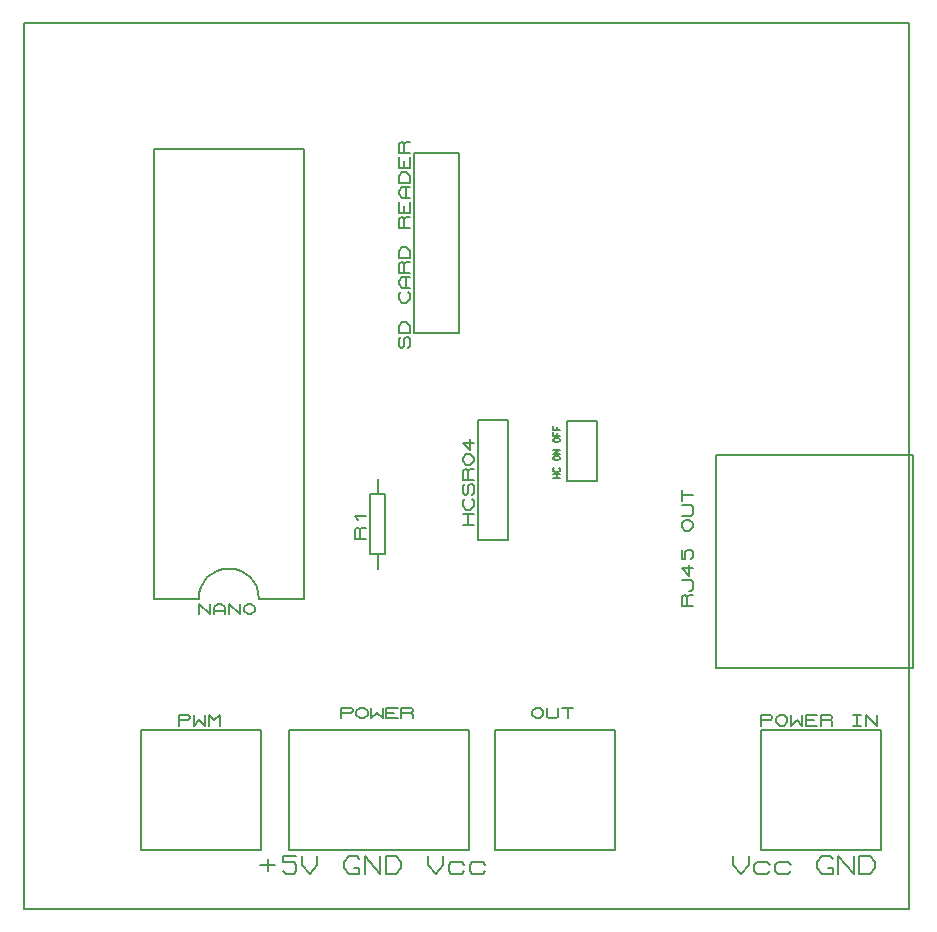
<source format=gbr>
G04 PROTEUS GERBER X2 FILE*
%TF.GenerationSoftware,Labcenter,Proteus,8.10-SP3-Build29560*%
%TF.CreationDate,2022-04-06T16:06:30+00:00*%
%TF.FileFunction,Legend,Top*%
%TF.FilePolarity,Positive*%
%TF.Part,Single*%
%TF.SameCoordinates,{9280a720-8dd3-4385-b9d9-bf93217f49df}*%
%FSLAX45Y45*%
%MOMM*%
G01*
%TA.AperFunction,Profile*%
%ADD17C,0.203200*%
%TA.AperFunction,Material*%
%ADD19C,0.203200*%
%TD.AperFunction*%
D17*
X-12750000Y+3500000D02*
X-5250000Y+3500000D01*
X-5250000Y+11000000D01*
X-12750000Y+11000000D01*
X-12750000Y+3500000D01*
D19*
X-11012000Y+6377000D02*
X-11063752Y+6371920D01*
X-11111695Y+6357315D01*
X-11154875Y+6334138D01*
X-11192340Y+6303340D01*
X-11223138Y+6265875D01*
X-11246315Y+6222695D01*
X-11260920Y+6174752D01*
X-11266000Y+6123000D01*
X-11012000Y+6377000D02*
X-10959518Y+6371920D01*
X-10911234Y+6357315D01*
X-10868009Y+6334138D01*
X-10830708Y+6303340D01*
X-10800193Y+6265875D01*
X-10777328Y+6222695D01*
X-10762976Y+6174752D01*
X-10758000Y+6123000D01*
X-11266000Y+6123000D02*
X-11647000Y+6123000D01*
X-11647000Y+9933000D02*
X-10377000Y+9933000D01*
X-10377000Y+6123000D02*
X-10758000Y+6123000D01*
X-11647000Y+6123000D02*
X-11647000Y+9933000D01*
X-10377000Y+6123000D02*
X-10377000Y+9933000D01*
X-11266000Y+5990920D02*
X-11266000Y+6082360D01*
X-11170750Y+5990920D01*
X-11170750Y+6082360D01*
X-11139000Y+5990920D02*
X-11139000Y+6051880D01*
X-11107250Y+6082360D01*
X-11075500Y+6082360D01*
X-11043750Y+6051880D01*
X-11043750Y+5990920D01*
X-11139000Y+6021400D02*
X-11043750Y+6021400D01*
X-11012000Y+5990920D02*
X-11012000Y+6082360D01*
X-10916750Y+5990920D01*
X-10916750Y+6082360D01*
X-10885000Y+6051880D02*
X-10853250Y+6082360D01*
X-10821500Y+6082360D01*
X-10789750Y+6051880D01*
X-10789750Y+6021400D01*
X-10821500Y+5990920D01*
X-10853250Y+5990920D01*
X-10885000Y+6021400D01*
X-10885000Y+6051880D01*
X-9440500Y+8373000D02*
X-9059500Y+8373000D01*
X-9059500Y+9897000D01*
X-9440500Y+9897000D01*
X-9440500Y+8373000D01*
X-9496380Y+8246000D02*
X-9481140Y+8261875D01*
X-9481140Y+8325375D01*
X-9496380Y+8341250D01*
X-9511620Y+8341250D01*
X-9526860Y+8325375D01*
X-9526860Y+8261875D01*
X-9542100Y+8246000D01*
X-9557340Y+8246000D01*
X-9572580Y+8261875D01*
X-9572580Y+8325375D01*
X-9557340Y+8341250D01*
X-9481140Y+8373000D02*
X-9572580Y+8373000D01*
X-9572580Y+8436500D01*
X-9542100Y+8468250D01*
X-9511620Y+8468250D01*
X-9481140Y+8436500D01*
X-9481140Y+8373000D01*
X-9496380Y+8722250D02*
X-9481140Y+8706375D01*
X-9481140Y+8658750D01*
X-9511620Y+8627000D01*
X-9542100Y+8627000D01*
X-9572580Y+8658750D01*
X-9572580Y+8706375D01*
X-9557340Y+8722250D01*
X-9481140Y+8754000D02*
X-9542100Y+8754000D01*
X-9572580Y+8785750D01*
X-9572580Y+8817500D01*
X-9542100Y+8849250D01*
X-9481140Y+8849250D01*
X-9511620Y+8754000D02*
X-9511620Y+8849250D01*
X-9481140Y+8881000D02*
X-9572580Y+8881000D01*
X-9572580Y+8960375D01*
X-9557340Y+8976250D01*
X-9542100Y+8976250D01*
X-9526860Y+8960375D01*
X-9526860Y+8881000D01*
X-9526860Y+8960375D02*
X-9511620Y+8976250D01*
X-9481140Y+8976250D01*
X-9481140Y+9008000D02*
X-9572580Y+9008000D01*
X-9572580Y+9071500D01*
X-9542100Y+9103250D01*
X-9511620Y+9103250D01*
X-9481140Y+9071500D01*
X-9481140Y+9008000D01*
X-9481140Y+9262000D02*
X-9572580Y+9262000D01*
X-9572580Y+9341375D01*
X-9557340Y+9357250D01*
X-9542100Y+9357250D01*
X-9526860Y+9341375D01*
X-9526860Y+9262000D01*
X-9526860Y+9341375D02*
X-9511620Y+9357250D01*
X-9481140Y+9357250D01*
X-9481140Y+9484250D02*
X-9481140Y+9389000D01*
X-9572580Y+9389000D01*
X-9572580Y+9484250D01*
X-9526860Y+9389000D02*
X-9526860Y+9452500D01*
X-9481140Y+9516000D02*
X-9542100Y+9516000D01*
X-9572580Y+9547750D01*
X-9572580Y+9579500D01*
X-9542100Y+9611250D01*
X-9481140Y+9611250D01*
X-9511620Y+9516000D02*
X-9511620Y+9611250D01*
X-9481140Y+9643000D02*
X-9572580Y+9643000D01*
X-9572580Y+9706500D01*
X-9542100Y+9738250D01*
X-9511620Y+9738250D01*
X-9481140Y+9706500D01*
X-9481140Y+9643000D01*
X-9481140Y+9865250D02*
X-9481140Y+9770000D01*
X-9572580Y+9770000D01*
X-9572580Y+9865250D01*
X-9526860Y+9770000D02*
X-9526860Y+9833500D01*
X-9481140Y+9897000D02*
X-9572580Y+9897000D01*
X-9572580Y+9976375D01*
X-9557340Y+9992250D01*
X-9542100Y+9992250D01*
X-9526860Y+9976375D01*
X-9526860Y+9897000D01*
X-9526860Y+9976375D02*
X-9511620Y+9992250D01*
X-9481140Y+9992250D01*
X-9750000Y+6377000D02*
X-9750000Y+6504000D01*
X-9813500Y+6504000D02*
X-9686500Y+6504000D01*
X-9686500Y+7012000D01*
X-9813500Y+7012000D01*
X-9813500Y+6504000D01*
X-9750000Y+7012000D02*
X-9750000Y+7139000D01*
X-9854140Y+6631000D02*
X-9945580Y+6631000D01*
X-9945580Y+6710375D01*
X-9930340Y+6726250D01*
X-9915100Y+6726250D01*
X-9899860Y+6710375D01*
X-9899860Y+6631000D01*
X-9899860Y+6710375D02*
X-9884620Y+6726250D01*
X-9854140Y+6726250D01*
X-9915100Y+6789750D02*
X-9945580Y+6821500D01*
X-9854140Y+6821500D01*
X-8898000Y+6619000D02*
X-8644000Y+6619000D01*
X-8644000Y+7635000D01*
X-8898000Y+7635000D01*
X-8898000Y+6619000D01*
X-8938640Y+6746000D02*
X-9030080Y+6746000D01*
X-9030080Y+6841250D02*
X-8938640Y+6841250D01*
X-8984360Y+6746000D02*
X-8984360Y+6841250D01*
X-8953880Y+6968250D02*
X-8938640Y+6952375D01*
X-8938640Y+6904750D01*
X-8969120Y+6873000D01*
X-8999600Y+6873000D01*
X-9030080Y+6904750D01*
X-9030080Y+6952375D01*
X-9014840Y+6968250D01*
X-8953880Y+7000000D02*
X-8938640Y+7015875D01*
X-8938640Y+7079375D01*
X-8953880Y+7095250D01*
X-8969120Y+7095250D01*
X-8984360Y+7079375D01*
X-8984360Y+7015875D01*
X-8999600Y+7000000D01*
X-9014840Y+7000000D01*
X-9030080Y+7015875D01*
X-9030080Y+7079375D01*
X-9014840Y+7095250D01*
X-8938640Y+7127000D02*
X-9030080Y+7127000D01*
X-9030080Y+7206375D01*
X-9014840Y+7222250D01*
X-8999600Y+7222250D01*
X-8984360Y+7206375D01*
X-8984360Y+7127000D01*
X-8984360Y+7206375D02*
X-8969120Y+7222250D01*
X-8938640Y+7222250D01*
X-8999600Y+7254000D02*
X-9030080Y+7285750D01*
X-9030080Y+7317500D01*
X-8999600Y+7349250D01*
X-8969120Y+7349250D01*
X-8938640Y+7317500D01*
X-8938640Y+7285750D01*
X-8969120Y+7254000D01*
X-8999600Y+7254000D01*
X-8969120Y+7476250D02*
X-8969120Y+7381000D01*
X-9030080Y+7444500D01*
X-8938640Y+7444500D01*
X-6504000Y+5008000D02*
X-6504000Y+3992000D01*
X-5488000Y+5008000D02*
X-5488000Y+3992000D01*
X-6504000Y+3992000D02*
X-5488000Y+3992000D01*
X-6504000Y+5008000D02*
X-5488000Y+5008000D01*
X-6504000Y+5048640D02*
X-6504000Y+5140080D01*
X-6424625Y+5140080D01*
X-6408750Y+5124840D01*
X-6408750Y+5109600D01*
X-6424625Y+5094360D01*
X-6504000Y+5094360D01*
X-6377000Y+5109600D02*
X-6345250Y+5140080D01*
X-6313500Y+5140080D01*
X-6281750Y+5109600D01*
X-6281750Y+5079120D01*
X-6313500Y+5048640D01*
X-6345250Y+5048640D01*
X-6377000Y+5079120D01*
X-6377000Y+5109600D01*
X-6250000Y+5140080D02*
X-6250000Y+5048640D01*
X-6202375Y+5094360D01*
X-6154750Y+5048640D01*
X-6154750Y+5140080D01*
X-6027750Y+5048640D02*
X-6123000Y+5048640D01*
X-6123000Y+5140080D01*
X-6027750Y+5140080D01*
X-6123000Y+5094360D02*
X-6059500Y+5094360D01*
X-5996000Y+5048640D02*
X-5996000Y+5140080D01*
X-5916625Y+5140080D01*
X-5900750Y+5124840D01*
X-5900750Y+5109600D01*
X-5916625Y+5094360D01*
X-5996000Y+5094360D01*
X-5916625Y+5094360D02*
X-5900750Y+5079120D01*
X-5900750Y+5048640D01*
X-5726125Y+5140080D02*
X-5662625Y+5140080D01*
X-5694375Y+5140080D02*
X-5694375Y+5048640D01*
X-5726125Y+5048640D02*
X-5662625Y+5048640D01*
X-5615000Y+5048640D02*
X-5615000Y+5140080D01*
X-5519750Y+5048640D01*
X-5519750Y+5140080D01*
X-11754000Y+5008000D02*
X-11754000Y+3992000D01*
X-10738000Y+5008000D02*
X-10738000Y+3992000D01*
X-11754000Y+3992000D02*
X-10738000Y+3992000D01*
X-11754000Y+5008000D02*
X-10738000Y+5008000D01*
X-11436500Y+5048640D02*
X-11436500Y+5140080D01*
X-11357125Y+5140080D01*
X-11341250Y+5124840D01*
X-11341250Y+5109600D01*
X-11357125Y+5094360D01*
X-11436500Y+5094360D01*
X-11309500Y+5140080D02*
X-11309500Y+5048640D01*
X-11261875Y+5094360D01*
X-11214250Y+5048640D01*
X-11214250Y+5140080D01*
X-11182500Y+5048640D02*
X-11182500Y+5140080D01*
X-11134875Y+5094360D01*
X-11087250Y+5140080D01*
X-11087250Y+5048640D01*
X-7746000Y+3992000D02*
X-7746000Y+5008000D01*
X-8762000Y+3992000D02*
X-8762000Y+5008000D01*
X-7746000Y+5008000D02*
X-8762000Y+5008000D01*
X-7746000Y+3992000D02*
X-8762000Y+3992000D01*
X-8444500Y+5170880D02*
X-8412750Y+5201360D01*
X-8381000Y+5201360D01*
X-8349250Y+5170880D01*
X-8349250Y+5140400D01*
X-8381000Y+5109920D01*
X-8412750Y+5109920D01*
X-8444500Y+5140400D01*
X-8444500Y+5170880D01*
X-8317500Y+5201360D02*
X-8317500Y+5125160D01*
X-8301625Y+5109920D01*
X-8238125Y+5109920D01*
X-8222250Y+5125160D01*
X-8222250Y+5201360D01*
X-8190500Y+5201360D02*
X-8095250Y+5201360D01*
X-8142875Y+5201360D02*
X-8142875Y+5109920D01*
X-8980000Y+3992000D02*
X-8980000Y+5008000D01*
X-10504000Y+3992000D02*
X-10504000Y+5008000D01*
X-8980000Y+5008000D02*
X-10504000Y+5008000D01*
X-10504000Y+3992000D02*
X-8980000Y+3992000D01*
X-10059500Y+5109920D02*
X-10059500Y+5201360D01*
X-9980125Y+5201360D01*
X-9964250Y+5186120D01*
X-9964250Y+5170880D01*
X-9980125Y+5155640D01*
X-10059500Y+5155640D01*
X-9932500Y+5170880D02*
X-9900750Y+5201360D01*
X-9869000Y+5201360D01*
X-9837250Y+5170880D01*
X-9837250Y+5140400D01*
X-9869000Y+5109920D01*
X-9900750Y+5109920D01*
X-9932500Y+5140400D01*
X-9932500Y+5170880D01*
X-9805500Y+5201360D02*
X-9805500Y+5109920D01*
X-9757875Y+5155640D01*
X-9710250Y+5109920D01*
X-9710250Y+5201360D01*
X-9583250Y+5109920D02*
X-9678500Y+5109920D01*
X-9678500Y+5201360D01*
X-9583250Y+5201360D01*
X-9678500Y+5155640D02*
X-9615000Y+5155640D01*
X-9551500Y+5109920D02*
X-9551500Y+5201360D01*
X-9472125Y+5201360D01*
X-9456250Y+5186120D01*
X-9456250Y+5170880D01*
X-9472125Y+5155640D01*
X-9551500Y+5155640D01*
X-9472125Y+5155640D02*
X-9456250Y+5140400D01*
X-9456250Y+5109920D01*
X-8148000Y+7119000D02*
X-7894000Y+7119000D01*
X-7894000Y+7627000D01*
X-8148000Y+7627000D01*
X-8148000Y+7119000D01*
X-8203880Y+7144400D02*
X-8264840Y+7144400D01*
X-8264840Y+7182500D02*
X-8203880Y+7182500D01*
X-8234360Y+7144400D02*
X-8234360Y+7182500D01*
X-8214040Y+7233300D02*
X-8203880Y+7226950D01*
X-8203880Y+7207900D01*
X-8224200Y+7195200D01*
X-8244520Y+7195200D01*
X-8264840Y+7207900D01*
X-8264840Y+7226950D01*
X-8254680Y+7233300D01*
X-8244520Y+7296800D02*
X-8264840Y+7309500D01*
X-8264840Y+7322200D01*
X-8244520Y+7334900D01*
X-8224200Y+7334900D01*
X-8203880Y+7322200D01*
X-8203880Y+7309500D01*
X-8224200Y+7296800D01*
X-8244520Y+7296800D01*
X-8203880Y+7347600D02*
X-8264840Y+7347600D01*
X-8203880Y+7385700D01*
X-8264840Y+7385700D01*
X-8244520Y+7449200D02*
X-8264840Y+7461900D01*
X-8264840Y+7474600D01*
X-8244520Y+7487300D01*
X-8224200Y+7487300D01*
X-8203880Y+7474600D01*
X-8203880Y+7461900D01*
X-8224200Y+7449200D01*
X-8244520Y+7449200D01*
X-8203880Y+7500000D02*
X-8264840Y+7500000D01*
X-8264840Y+7538100D01*
X-8234360Y+7500000D02*
X-8234360Y+7525400D01*
X-8203880Y+7550800D02*
X-8264840Y+7550800D01*
X-8264840Y+7588900D01*
X-8234360Y+7550800D02*
X-8234360Y+7576200D01*
X-6883540Y+5537720D02*
X-5217300Y+5537720D01*
X-5217300Y+7341120D01*
X-6883540Y+7341120D01*
X-6883540Y+5537720D01*
X-7085220Y+6062420D02*
X-7176660Y+6062420D01*
X-7176660Y+6141795D01*
X-7161420Y+6157670D01*
X-7146180Y+6157670D01*
X-7130940Y+6141795D01*
X-7130940Y+6062420D01*
X-7130940Y+6141795D02*
X-7115700Y+6157670D01*
X-7085220Y+6157670D01*
X-7115700Y+6189420D02*
X-7100460Y+6189420D01*
X-7085220Y+6205295D01*
X-7085220Y+6268795D01*
X-7100460Y+6284670D01*
X-7176660Y+6284670D01*
X-7115700Y+6411670D02*
X-7115700Y+6316420D01*
X-7176660Y+6379920D01*
X-7085220Y+6379920D01*
X-7176660Y+6538670D02*
X-7176660Y+6459295D01*
X-7146180Y+6459295D01*
X-7146180Y+6522795D01*
X-7130940Y+6538670D01*
X-7100460Y+6538670D01*
X-7085220Y+6522795D01*
X-7085220Y+6475170D01*
X-7100460Y+6459295D01*
X-7146180Y+6697420D02*
X-7176660Y+6729170D01*
X-7176660Y+6760920D01*
X-7146180Y+6792670D01*
X-7115700Y+6792670D01*
X-7085220Y+6760920D01*
X-7085220Y+6729170D01*
X-7115700Y+6697420D01*
X-7146180Y+6697420D01*
X-7176660Y+6824420D02*
X-7100460Y+6824420D01*
X-7085220Y+6840295D01*
X-7085220Y+6903795D01*
X-7100460Y+6919670D01*
X-7176660Y+6919670D01*
X-7176660Y+6951420D02*
X-7176660Y+7046670D01*
X-7176660Y+6999045D02*
X-7085220Y+6999045D01*
X-6742000Y+3949200D02*
X-6742000Y+3873000D01*
X-6675325Y+3796800D01*
X-6608650Y+3873000D01*
X-6608650Y+3949200D01*
X-6430850Y+3873000D02*
X-6453075Y+3898400D01*
X-6541975Y+3898400D01*
X-6564200Y+3873000D01*
X-6564200Y+3822200D01*
X-6541975Y+3796800D01*
X-6453075Y+3796800D01*
X-6430850Y+3822200D01*
X-6253050Y+3873000D02*
X-6275275Y+3898400D01*
X-6364175Y+3898400D01*
X-6386400Y+3873000D01*
X-6386400Y+3822200D01*
X-6364175Y+3796800D01*
X-6275275Y+3796800D01*
X-6253050Y+3822200D01*
X-5941900Y+3847600D02*
X-5897450Y+3847600D01*
X-5897450Y+3796800D01*
X-5986350Y+3796800D01*
X-6030800Y+3847600D01*
X-6030800Y+3898400D01*
X-5986350Y+3949200D01*
X-5919675Y+3949200D01*
X-5897450Y+3923800D01*
X-5853000Y+3796800D02*
X-5853000Y+3949200D01*
X-5719650Y+3796800D01*
X-5719650Y+3949200D01*
X-5675200Y+3796800D02*
X-5675200Y+3949200D01*
X-5586300Y+3949200D01*
X-5541850Y+3898400D01*
X-5541850Y+3847600D01*
X-5586300Y+3796800D01*
X-5675200Y+3796800D01*
X-10750000Y+3873000D02*
X-10616650Y+3873000D01*
X-10683325Y+3923800D02*
X-10683325Y+3822200D01*
X-10438850Y+3949200D02*
X-10549975Y+3949200D01*
X-10549975Y+3898400D01*
X-10461075Y+3898400D01*
X-10438850Y+3873000D01*
X-10438850Y+3822200D01*
X-10461075Y+3796800D01*
X-10527750Y+3796800D01*
X-10549975Y+3822200D01*
X-10394400Y+3949200D02*
X-10394400Y+3873000D01*
X-10327725Y+3796800D01*
X-10261050Y+3873000D01*
X-10261050Y+3949200D01*
X-9949900Y+3847600D02*
X-9905450Y+3847600D01*
X-9905450Y+3796800D01*
X-9994350Y+3796800D01*
X-10038800Y+3847600D01*
X-10038800Y+3898400D01*
X-9994350Y+3949200D01*
X-9927675Y+3949200D01*
X-9905450Y+3923800D01*
X-9861000Y+3796800D02*
X-9861000Y+3949200D01*
X-9727650Y+3796800D01*
X-9727650Y+3949200D01*
X-9683200Y+3796800D02*
X-9683200Y+3949200D01*
X-9594300Y+3949200D01*
X-9549850Y+3898400D01*
X-9549850Y+3847600D01*
X-9594300Y+3796800D01*
X-9683200Y+3796800D01*
X-9327600Y+3949200D02*
X-9327600Y+3873000D01*
X-9260925Y+3796800D01*
X-9194250Y+3873000D01*
X-9194250Y+3949200D01*
X-9016450Y+3873000D02*
X-9038675Y+3898400D01*
X-9127575Y+3898400D01*
X-9149800Y+3873000D01*
X-9149800Y+3822200D01*
X-9127575Y+3796800D01*
X-9038675Y+3796800D01*
X-9016450Y+3822200D01*
X-8838650Y+3873000D02*
X-8860875Y+3898400D01*
X-8949775Y+3898400D01*
X-8972000Y+3873000D01*
X-8972000Y+3822200D01*
X-8949775Y+3796800D01*
X-8860875Y+3796800D01*
X-8838650Y+3822200D01*
M02*

</source>
